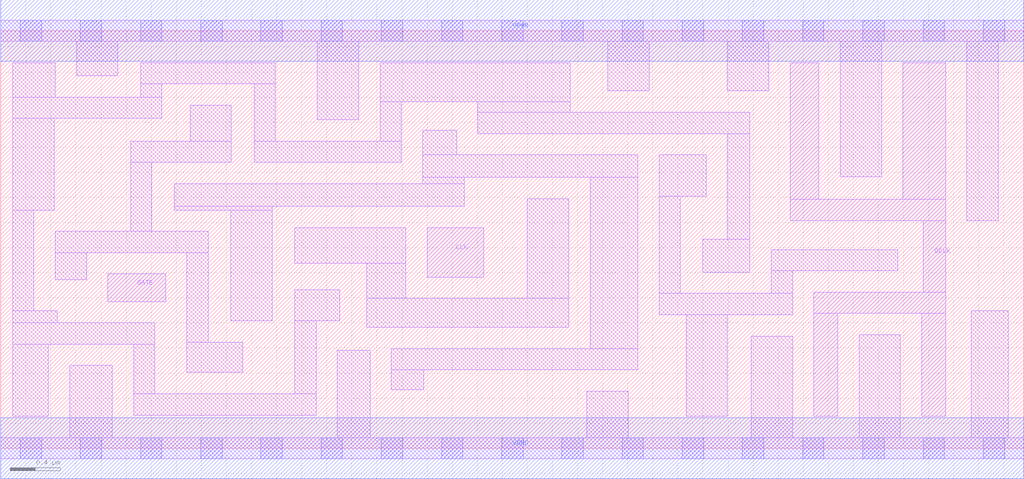
<source format=lef>
# Copyright 2020 The SkyWater PDK Authors
#
# Licensed under the Apache License, Version 2.0 (the "License");
# you may not use this file except in compliance with the License.
# You may obtain a copy of the License at
#
#     https://www.apache.org/licenses/LICENSE-2.0
#
# Unless required by applicable law or agreed to in writing, software
# distributed under the License is distributed on an "AS IS" BASIS,
# WITHOUT WARRANTIES OR CONDITIONS OF ANY KIND, either express or implied.
# See the License for the specific language governing permissions and
# limitations under the License.
#
# SPDX-License-Identifier: Apache-2.0

VERSION 5.7 ;
  NAMESCASESENSITIVE ON ;
  NOWIREEXTENSIONATPIN ON ;
  DIVIDERCHAR "/" ;
  BUSBITCHARS "[]" ;
UNITS
  DATABASE MICRONS 200 ;
END UNITS
MACRO sky130_fd_sc_lp__dlclkp_4
  CLASS CORE ;
  FOREIGN sky130_fd_sc_lp__dlclkp_4 ;
  ORIGIN  0.000000  0.000000 ;
  SIZE  8.160000 BY  3.330000 ;
  SYMMETRY X Y R90 ;
  SITE unit ;
  PIN GATE
    ANTENNAGATEAREA  0.159000 ;
    DIRECTION INPUT ;
    USE SIGNAL ;
    PORT
      LAYER li1 ;
        RECT 0.855000 1.170000 1.315000 1.390000 ;
    END
  END GATE
  PIN GCLK
    ANTENNADIFFAREA  1.176000 ;
    DIRECTION OUTPUT ;
    USE SIGNAL ;
    PORT
      LAYER li1 ;
        RECT 6.295000 1.815000 7.535000 1.985000 ;
        RECT 6.295000 1.985000 6.525000 3.075000 ;
        RECT 6.485000 0.255000 6.675000 1.075000 ;
        RECT 6.485000 1.075000 7.535000 1.245000 ;
        RECT 7.195000 1.985000 7.535000 3.075000 ;
        RECT 7.345000 0.255000 7.535000 1.075000 ;
        RECT 7.355000 1.245000 7.535000 1.815000 ;
    END
  END GCLK
  PIN CLK
    ANTENNAGATEAREA  0.474000 ;
    DIRECTION INPUT ;
    USE CLOCK ;
    PORT
      LAYER li1 ;
        RECT 3.400000 1.365000 3.850000 1.760000 ;
    END
  END CLK
  PIN VGND
    DIRECTION INOUT ;
    USE GROUND ;
    PORT
      LAYER met1 ;
        RECT 0.000000 -0.245000 8.160000 0.245000 ;
    END
  END VGND
  PIN VPWR
    DIRECTION INOUT ;
    USE POWER ;
    PORT
      LAYER met1 ;
        RECT 0.000000 3.085000 8.160000 3.575000 ;
    END
  END VPWR
  OBS
    LAYER li1 ;
      RECT 0.000000 -0.085000 8.160000 0.085000 ;
      RECT 0.000000  3.245000 8.160000 3.415000 ;
      RECT 0.095000  0.255000 0.380000 0.830000 ;
      RECT 0.095000  0.830000 1.230000 1.000000 ;
      RECT 0.095000  1.000000 0.450000 1.095000 ;
      RECT 0.095000  1.095000 0.265000 1.900000 ;
      RECT 0.095000  1.900000 0.425000 2.630000 ;
      RECT 0.095000  2.630000 1.285000 2.800000 ;
      RECT 0.095000  2.800000 0.435000 3.075000 ;
      RECT 0.435000  1.345000 0.685000 1.560000 ;
      RECT 0.435000  1.560000 1.655000 1.730000 ;
      RECT 0.550000  0.085000 0.890000 0.660000 ;
      RECT 0.605000  2.970000 0.935000 3.245000 ;
      RECT 1.035000  1.730000 1.205000 2.280000 ;
      RECT 1.035000  2.280000 1.840000 2.450000 ;
      RECT 1.060000  0.265000 2.515000 0.435000 ;
      RECT 1.060000  0.435000 1.230000 0.830000 ;
      RECT 1.115000  2.800000 1.285000 2.905000 ;
      RECT 1.115000  2.905000 2.190000 3.075000 ;
      RECT 1.385000  1.900000 2.165000 1.930000 ;
      RECT 1.385000  1.930000 3.695000 2.110000 ;
      RECT 1.485000  0.605000 1.930000 0.845000 ;
      RECT 1.485000  0.845000 1.655000 1.560000 ;
      RECT 1.510000  2.450000 1.840000 2.735000 ;
      RECT 1.835000  1.015000 2.165000 1.900000 ;
      RECT 2.020000  2.280000 3.195000 2.450000 ;
      RECT 2.020000  2.450000 2.190000 2.905000 ;
      RECT 2.345000  0.435000 2.515000 1.015000 ;
      RECT 2.345000  1.015000 2.705000 1.265000 ;
      RECT 2.345000  1.475000 3.230000 1.760000 ;
      RECT 2.525000  2.620000 2.855000 3.245000 ;
      RECT 2.685000  0.085000 2.945000 0.780000 ;
      RECT 2.920000  0.965000 4.530000 1.195000 ;
      RECT 2.920000  1.195000 3.230000 1.475000 ;
      RECT 3.025000  2.450000 3.195000 2.765000 ;
      RECT 3.025000  2.765000 4.540000 3.075000 ;
      RECT 3.115000  0.465000 3.375000 0.625000 ;
      RECT 3.115000  0.625000 5.080000 0.795000 ;
      RECT 3.365000  2.110000 3.695000 2.160000 ;
      RECT 3.365000  2.160000 5.080000 2.340000 ;
      RECT 3.365000  2.340000 3.635000 2.535000 ;
      RECT 3.805000  2.510000 5.975000 2.680000 ;
      RECT 3.805000  2.680000 4.540000 2.765000 ;
      RECT 4.200000  1.195000 4.530000 1.990000 ;
      RECT 4.675000  0.085000 5.005000 0.455000 ;
      RECT 4.700000  0.795000 5.080000 2.160000 ;
      RECT 4.840000  2.850000 5.170000 3.245000 ;
      RECT 5.250000  1.065000 6.315000 1.235000 ;
      RECT 5.250000  1.235000 5.420000 2.010000 ;
      RECT 5.250000  2.010000 5.625000 2.340000 ;
      RECT 5.465000  0.255000 5.795000 1.065000 ;
      RECT 5.600000  1.405000 5.975000 1.665000 ;
      RECT 5.795000  1.665000 5.975000 2.510000 ;
      RECT 5.795000  2.850000 6.125000 3.245000 ;
      RECT 5.985000  0.085000 6.315000 0.895000 ;
      RECT 6.145000  1.235000 6.315000 1.415000 ;
      RECT 6.145000  1.415000 7.155000 1.585000 ;
      RECT 6.695000  2.165000 7.025000 3.245000 ;
      RECT 6.845000  0.085000 7.175000 0.905000 ;
      RECT 7.705000  1.815000 7.955000 3.245000 ;
      RECT 7.740000  0.085000 8.035000 1.095000 ;
    LAYER mcon ;
      RECT 0.155000 -0.085000 0.325000 0.085000 ;
      RECT 0.155000  3.245000 0.325000 3.415000 ;
      RECT 0.635000 -0.085000 0.805000 0.085000 ;
      RECT 0.635000  3.245000 0.805000 3.415000 ;
      RECT 1.115000 -0.085000 1.285000 0.085000 ;
      RECT 1.115000  3.245000 1.285000 3.415000 ;
      RECT 1.595000 -0.085000 1.765000 0.085000 ;
      RECT 1.595000  3.245000 1.765000 3.415000 ;
      RECT 2.075000 -0.085000 2.245000 0.085000 ;
      RECT 2.075000  3.245000 2.245000 3.415000 ;
      RECT 2.555000 -0.085000 2.725000 0.085000 ;
      RECT 2.555000  3.245000 2.725000 3.415000 ;
      RECT 3.035000 -0.085000 3.205000 0.085000 ;
      RECT 3.035000  3.245000 3.205000 3.415000 ;
      RECT 3.515000 -0.085000 3.685000 0.085000 ;
      RECT 3.515000  3.245000 3.685000 3.415000 ;
      RECT 3.995000 -0.085000 4.165000 0.085000 ;
      RECT 3.995000  3.245000 4.165000 3.415000 ;
      RECT 4.475000 -0.085000 4.645000 0.085000 ;
      RECT 4.475000  3.245000 4.645000 3.415000 ;
      RECT 4.955000 -0.085000 5.125000 0.085000 ;
      RECT 4.955000  3.245000 5.125000 3.415000 ;
      RECT 5.435000 -0.085000 5.605000 0.085000 ;
      RECT 5.435000  3.245000 5.605000 3.415000 ;
      RECT 5.915000 -0.085000 6.085000 0.085000 ;
      RECT 5.915000  3.245000 6.085000 3.415000 ;
      RECT 6.395000 -0.085000 6.565000 0.085000 ;
      RECT 6.395000  3.245000 6.565000 3.415000 ;
      RECT 6.875000 -0.085000 7.045000 0.085000 ;
      RECT 6.875000  3.245000 7.045000 3.415000 ;
      RECT 7.355000 -0.085000 7.525000 0.085000 ;
      RECT 7.355000  3.245000 7.525000 3.415000 ;
      RECT 7.835000 -0.085000 8.005000 0.085000 ;
      RECT 7.835000  3.245000 8.005000 3.415000 ;
  END
END sky130_fd_sc_lp__dlclkp_4
END LIBRARY

</source>
